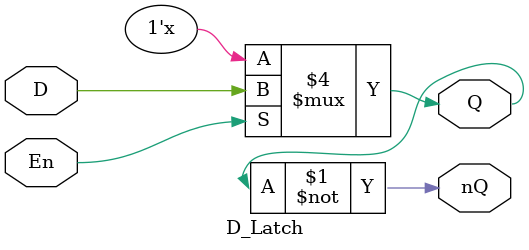
<source format=v>
`timescale 1ns / 1ps


module D_Latch(
    input En,D,
    output reg Q,
    output nQ
    );
    assign nQ = ~Q;
    always @* begin
        if(En)
            Q = D;
        else
            Q = Q;
    end
endmodule

</source>
